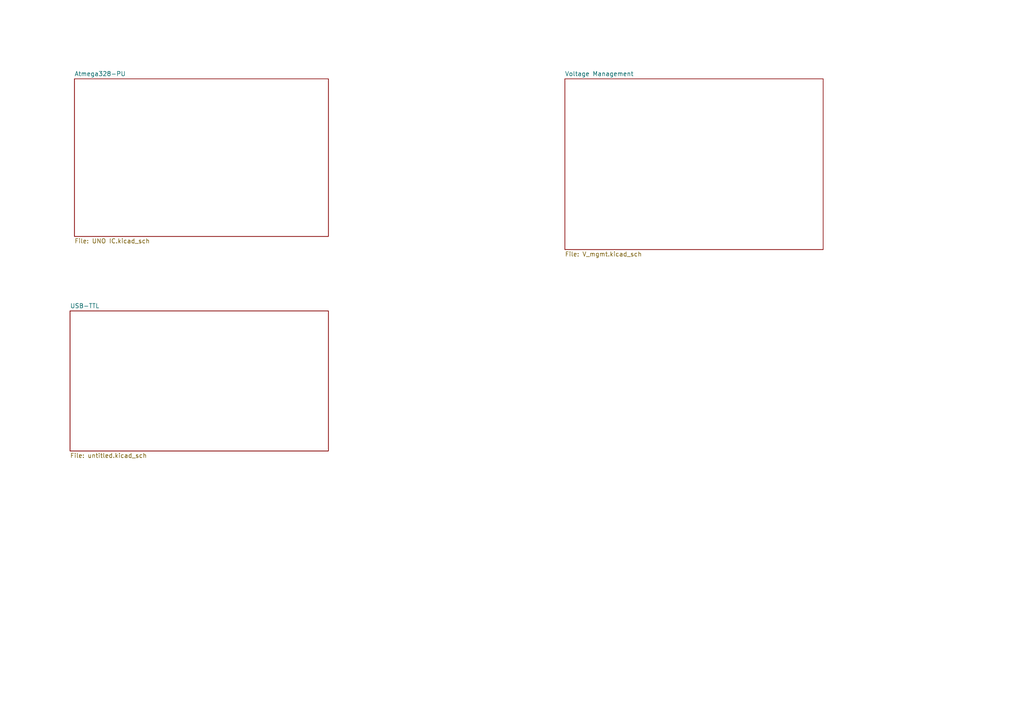
<source format=kicad_sch>
(kicad_sch
	(version 20250114)
	(generator "eeschema")
	(generator_version "9.0")
	(uuid "eaddb01e-76a2-441c-8367-a4076e8c14a4")
	(paper "A4")
	(lib_symbols)
	(sheet
		(at 163.83 22.86)
		(size 74.93 49.53)
		(exclude_from_sim no)
		(in_bom yes)
		(on_board yes)
		(dnp no)
		(fields_autoplaced yes)
		(stroke
			(width 0.1524)
			(type solid)
		)
		(fill
			(color 0 0 0 0.0000)
		)
		(uuid "505bbfb7-7e0f-4262-a625-ce58b1d06b6d")
		(property "Sheetname" "Voltage Management"
			(at 163.83 22.1484 0)
			(effects
				(font
					(size 1.27 1.27)
				)
				(justify left bottom)
			)
		)
		(property "Sheetfile" "V_mgmt.kicad_sch"
			(at 163.83 72.9746 0)
			(effects
				(font
					(size 1.27 1.27)
				)
				(justify left top)
			)
		)
		(instances
			(project "UNO STEMc3.1"
				(path "/eaddb01e-76a2-441c-8367-a4076e8c14a4"
					(page "3")
				)
			)
		)
	)
	(sheet
		(at 20.32 90.17)
		(size 74.93 40.64)
		(exclude_from_sim no)
		(in_bom yes)
		(on_board yes)
		(dnp no)
		(fields_autoplaced yes)
		(stroke
			(width 0.1524)
			(type solid)
		)
		(fill
			(color 0 0 0 0.0000)
		)
		(uuid "cbbec8fb-7970-4910-8a41-bcd786394ea2")
		(property "Sheetname" "USB-TTL"
			(at 20.32 89.4584 0)
			(effects
				(font
					(size 1.27 1.27)
				)
				(justify left bottom)
			)
		)
		(property "Sheetfile" "untitled.kicad_sch"
			(at 20.32 131.3946 0)
			(effects
				(font
					(size 1.27 1.27)
				)
				(justify left top)
			)
		)
		(instances
			(project "UNO STEMc3.1"
				(path "/eaddb01e-76a2-441c-8367-a4076e8c14a4"
					(page "4")
				)
			)
		)
	)
	(sheet
		(at 21.59 22.86)
		(size 73.66 45.72)
		(exclude_from_sim no)
		(in_bom yes)
		(on_board yes)
		(dnp no)
		(fields_autoplaced yes)
		(stroke
			(width 0.1524)
			(type solid)
		)
		(fill
			(color 0 0 0 0.0000)
		)
		(uuid "f05a407c-4ac8-4d1e-a6b0-e894c1691c23")
		(property "Sheetname" "Atmega328-PU"
			(at 21.59 22.1484 0)
			(effects
				(font
					(size 1.27 1.27)
				)
				(justify left bottom)
			)
		)
		(property "Sheetfile" "UNO IC.kicad_sch"
			(at 21.59 69.1646 0)
			(effects
				(font
					(size 1.27 1.27)
				)
				(justify left top)
			)
		)
		(instances
			(project "UNO STEMc3.1"
				(path "/eaddb01e-76a2-441c-8367-a4076e8c14a4"
					(page "6")
				)
			)
		)
	)
	(sheet_instances
		(path "/"
			(page "1")
		)
	)
	(embedded_fonts no)
)

</source>
